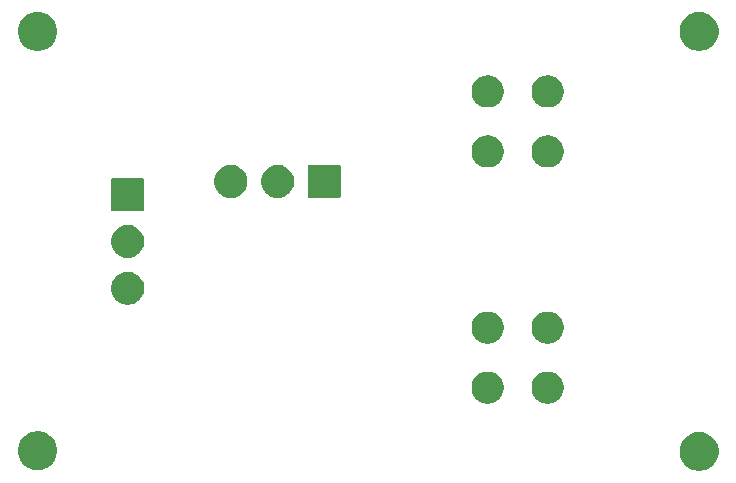
<source format=gbr>
G04 #@! TF.GenerationSoftware,KiCad,Pcbnew,(5.0.2)-1*
G04 #@! TF.CreationDate,2019-03-23T22:27:34-05:00*
G04 #@! TF.ProjectId,Power-Interposer-Board-AC,506f7765-722d-4496-9e74-6572706f7365,rev?*
G04 #@! TF.SameCoordinates,Original*
G04 #@! TF.FileFunction,Soldermask,Top*
G04 #@! TF.FilePolarity,Negative*
%FSLAX46Y46*%
G04 Gerber Fmt 4.6, Leading zero omitted, Abs format (unit mm)*
G04 Created by KiCad (PCBNEW (5.0.2)-1) date 3/23/2019 10:27:34 PM*
%MOMM*%
%LPD*%
G01*
G04 APERTURE LIST*
%ADD10C,0.100000*%
G04 APERTURE END LIST*
D10*
G36*
X175755256Y-130471298D02*
X175861579Y-130492447D01*
X176162042Y-130616903D01*
X176342655Y-130737585D01*
X176432454Y-130797587D01*
X176662413Y-131027546D01*
X176662415Y-131027549D01*
X176843097Y-131297958D01*
X176942701Y-131538422D01*
X176967553Y-131598422D01*
X177031000Y-131917389D01*
X177031000Y-132242611D01*
X176967553Y-132561578D01*
X176843098Y-132862040D01*
X176662413Y-133132454D01*
X176432454Y-133362413D01*
X176432451Y-133362415D01*
X176162042Y-133543097D01*
X175861579Y-133667553D01*
X175755256Y-133688702D01*
X175542611Y-133731000D01*
X175217389Y-133731000D01*
X175004744Y-133688702D01*
X174898421Y-133667553D01*
X174597958Y-133543097D01*
X174327549Y-133362415D01*
X174327546Y-133362413D01*
X174097587Y-133132454D01*
X173916902Y-132862040D01*
X173792447Y-132561578D01*
X173729000Y-132242611D01*
X173729000Y-131917389D01*
X173792447Y-131598422D01*
X173817300Y-131538422D01*
X173916903Y-131297958D01*
X174097585Y-131027549D01*
X174097587Y-131027546D01*
X174327546Y-130797587D01*
X174417345Y-130737585D01*
X174597958Y-130616903D01*
X174898421Y-130492447D01*
X175004744Y-130471298D01*
X175217389Y-130429000D01*
X175542611Y-130429000D01*
X175755256Y-130471298D01*
X175755256Y-130471298D01*
G37*
G36*
X119755256Y-130411298D02*
X119861579Y-130432447D01*
X120162042Y-130556903D01*
X120251838Y-130616903D01*
X120432454Y-130737587D01*
X120662413Y-130967546D01*
X120843098Y-131237960D01*
X120967553Y-131538422D01*
X121031000Y-131857389D01*
X121031000Y-132182611D01*
X121019065Y-132242611D01*
X120967553Y-132501579D01*
X120843097Y-132802042D01*
X120803006Y-132862042D01*
X120662413Y-133072454D01*
X120432454Y-133302413D01*
X120432451Y-133302415D01*
X120162042Y-133483097D01*
X119861579Y-133607553D01*
X119755256Y-133628702D01*
X119542611Y-133671000D01*
X119217389Y-133671000D01*
X119004744Y-133628702D01*
X118898421Y-133607553D01*
X118597958Y-133483097D01*
X118327549Y-133302415D01*
X118327546Y-133302413D01*
X118097587Y-133072454D01*
X117956994Y-132862042D01*
X117916903Y-132802042D01*
X117792447Y-132501579D01*
X117740935Y-132242611D01*
X117729000Y-132182611D01*
X117729000Y-131857389D01*
X117792447Y-131538422D01*
X117916902Y-131237960D01*
X118097587Y-130967546D01*
X118327546Y-130737587D01*
X118508162Y-130616903D01*
X118597958Y-130556903D01*
X118898421Y-130432447D01*
X119004744Y-130411298D01*
X119217389Y-130369000D01*
X119542611Y-130369000D01*
X119755256Y-130411298D01*
X119755256Y-130411298D01*
G37*
G36*
X162823567Y-125354959D02*
X162954072Y-125380918D01*
X163199939Y-125482759D01*
X163420464Y-125630110D01*
X163421215Y-125630612D01*
X163609388Y-125818785D01*
X163609390Y-125818788D01*
X163757241Y-126040061D01*
X163859082Y-126285928D01*
X163911000Y-126546938D01*
X163911000Y-126813062D01*
X163859082Y-127074072D01*
X163757241Y-127319939D01*
X163609890Y-127540464D01*
X163609388Y-127541215D01*
X163421215Y-127729388D01*
X163421212Y-127729390D01*
X163199939Y-127877241D01*
X162954072Y-127979082D01*
X162823567Y-128005041D01*
X162693063Y-128031000D01*
X162426937Y-128031000D01*
X162296433Y-128005041D01*
X162165928Y-127979082D01*
X161920061Y-127877241D01*
X161698788Y-127729390D01*
X161698785Y-127729388D01*
X161510612Y-127541215D01*
X161510110Y-127540464D01*
X161362759Y-127319939D01*
X161260918Y-127074072D01*
X161209000Y-126813062D01*
X161209000Y-126546938D01*
X161260918Y-126285928D01*
X161362759Y-126040061D01*
X161510610Y-125818788D01*
X161510612Y-125818785D01*
X161698785Y-125630612D01*
X161699536Y-125630110D01*
X161920061Y-125482759D01*
X162165928Y-125380918D01*
X162296433Y-125354959D01*
X162426937Y-125329000D01*
X162693063Y-125329000D01*
X162823567Y-125354959D01*
X162823567Y-125354959D01*
G37*
G36*
X157743567Y-125354959D02*
X157874072Y-125380918D01*
X158119939Y-125482759D01*
X158340464Y-125630110D01*
X158341215Y-125630612D01*
X158529388Y-125818785D01*
X158529390Y-125818788D01*
X158677241Y-126040061D01*
X158779082Y-126285928D01*
X158831000Y-126546938D01*
X158831000Y-126813062D01*
X158779082Y-127074072D01*
X158677241Y-127319939D01*
X158529890Y-127540464D01*
X158529388Y-127541215D01*
X158341215Y-127729388D01*
X158341212Y-127729390D01*
X158119939Y-127877241D01*
X157874072Y-127979082D01*
X157743567Y-128005041D01*
X157613063Y-128031000D01*
X157346937Y-128031000D01*
X157216433Y-128005041D01*
X157085928Y-127979082D01*
X156840061Y-127877241D01*
X156618788Y-127729390D01*
X156618785Y-127729388D01*
X156430612Y-127541215D01*
X156430110Y-127540464D01*
X156282759Y-127319939D01*
X156180918Y-127074072D01*
X156129000Y-126813062D01*
X156129000Y-126546938D01*
X156180918Y-126285928D01*
X156282759Y-126040061D01*
X156430610Y-125818788D01*
X156430612Y-125818785D01*
X156618785Y-125630612D01*
X156619536Y-125630110D01*
X156840061Y-125482759D01*
X157085928Y-125380918D01*
X157216433Y-125354959D01*
X157346937Y-125329000D01*
X157613063Y-125329000D01*
X157743567Y-125354959D01*
X157743567Y-125354959D01*
G37*
G36*
X162823567Y-120274959D02*
X162954072Y-120300918D01*
X163199939Y-120402759D01*
X163420464Y-120550110D01*
X163421215Y-120550612D01*
X163609388Y-120738785D01*
X163609390Y-120738788D01*
X163757241Y-120960061D01*
X163859082Y-121205928D01*
X163911000Y-121466938D01*
X163911000Y-121733062D01*
X163859082Y-121994072D01*
X163757241Y-122239939D01*
X163609890Y-122460464D01*
X163609388Y-122461215D01*
X163421215Y-122649388D01*
X163421212Y-122649390D01*
X163199939Y-122797241D01*
X162954072Y-122899082D01*
X162823567Y-122925041D01*
X162693063Y-122951000D01*
X162426937Y-122951000D01*
X162296433Y-122925041D01*
X162165928Y-122899082D01*
X161920061Y-122797241D01*
X161698788Y-122649390D01*
X161698785Y-122649388D01*
X161510612Y-122461215D01*
X161510110Y-122460464D01*
X161362759Y-122239939D01*
X161260918Y-121994072D01*
X161209000Y-121733062D01*
X161209000Y-121466938D01*
X161260918Y-121205928D01*
X161362759Y-120960061D01*
X161510610Y-120738788D01*
X161510612Y-120738785D01*
X161698785Y-120550612D01*
X161699536Y-120550110D01*
X161920061Y-120402759D01*
X162165928Y-120300918D01*
X162296433Y-120274959D01*
X162426937Y-120249000D01*
X162693063Y-120249000D01*
X162823567Y-120274959D01*
X162823567Y-120274959D01*
G37*
G36*
X157743567Y-120274959D02*
X157874072Y-120300918D01*
X158119939Y-120402759D01*
X158340464Y-120550110D01*
X158341215Y-120550612D01*
X158529388Y-120738785D01*
X158529390Y-120738788D01*
X158677241Y-120960061D01*
X158779082Y-121205928D01*
X158831000Y-121466938D01*
X158831000Y-121733062D01*
X158779082Y-121994072D01*
X158677241Y-122239939D01*
X158529890Y-122460464D01*
X158529388Y-122461215D01*
X158341215Y-122649388D01*
X158341212Y-122649390D01*
X158119939Y-122797241D01*
X157874072Y-122899082D01*
X157743567Y-122925041D01*
X157613063Y-122951000D01*
X157346937Y-122951000D01*
X157216433Y-122925041D01*
X157085928Y-122899082D01*
X156840061Y-122797241D01*
X156618788Y-122649390D01*
X156618785Y-122649388D01*
X156430612Y-122461215D01*
X156430110Y-122460464D01*
X156282759Y-122239939D01*
X156180918Y-121994072D01*
X156129000Y-121733062D01*
X156129000Y-121466938D01*
X156180918Y-121205928D01*
X156282759Y-120960061D01*
X156430610Y-120738788D01*
X156430612Y-120738785D01*
X156618785Y-120550612D01*
X156619536Y-120550110D01*
X156840061Y-120402759D01*
X157085928Y-120300918D01*
X157216433Y-120274959D01*
X157346937Y-120249000D01*
X157613063Y-120249000D01*
X157743567Y-120274959D01*
X157743567Y-120274959D01*
G37*
G36*
X127318433Y-116894893D02*
X127408657Y-116912839D01*
X127514267Y-116956585D01*
X127663621Y-117018449D01*
X127893089Y-117171774D01*
X128088226Y-117366911D01*
X128241551Y-117596379D01*
X128347161Y-117851344D01*
X128401000Y-118122012D01*
X128401000Y-118397988D01*
X128347161Y-118668656D01*
X128241551Y-118923621D01*
X128088226Y-119153089D01*
X127893089Y-119348226D01*
X127663621Y-119501551D01*
X127514267Y-119563415D01*
X127408657Y-119607161D01*
X127318433Y-119625107D01*
X127137988Y-119661000D01*
X126862012Y-119661000D01*
X126681567Y-119625107D01*
X126591343Y-119607161D01*
X126485733Y-119563415D01*
X126336379Y-119501551D01*
X126106911Y-119348226D01*
X125911774Y-119153089D01*
X125758449Y-118923621D01*
X125652839Y-118668656D01*
X125599000Y-118397988D01*
X125599000Y-118122012D01*
X125652839Y-117851344D01*
X125758449Y-117596379D01*
X125911774Y-117366911D01*
X126106911Y-117171774D01*
X126336379Y-117018449D01*
X126485733Y-116956585D01*
X126591343Y-116912839D01*
X126681567Y-116894893D01*
X126862012Y-116859000D01*
X127137988Y-116859000D01*
X127318433Y-116894893D01*
X127318433Y-116894893D01*
G37*
G36*
X127318433Y-112934893D02*
X127408657Y-112952839D01*
X127514267Y-112996585D01*
X127663621Y-113058449D01*
X127893089Y-113211774D01*
X128088226Y-113406911D01*
X128241551Y-113636379D01*
X128347161Y-113891344D01*
X128401000Y-114162012D01*
X128401000Y-114437988D01*
X128347161Y-114708656D01*
X128241551Y-114963621D01*
X128088226Y-115193089D01*
X127893089Y-115388226D01*
X127663621Y-115541551D01*
X127514267Y-115603415D01*
X127408657Y-115647161D01*
X127318433Y-115665107D01*
X127137988Y-115701000D01*
X126862012Y-115701000D01*
X126681567Y-115665107D01*
X126591343Y-115647161D01*
X126485733Y-115603415D01*
X126336379Y-115541551D01*
X126106911Y-115388226D01*
X125911774Y-115193089D01*
X125758449Y-114963621D01*
X125652839Y-114708656D01*
X125599000Y-114437988D01*
X125599000Y-114162012D01*
X125652839Y-113891344D01*
X125758449Y-113636379D01*
X125911774Y-113406911D01*
X126106911Y-113211774D01*
X126336379Y-113058449D01*
X126485733Y-112996585D01*
X126591343Y-112952839D01*
X126681567Y-112934893D01*
X126862012Y-112899000D01*
X127137988Y-112899000D01*
X127318433Y-112934893D01*
X127318433Y-112934893D01*
G37*
G36*
X128274032Y-108942621D02*
X128303487Y-108951556D01*
X128330624Y-108966062D01*
X128354414Y-108985586D01*
X128373938Y-109009376D01*
X128388444Y-109036513D01*
X128397379Y-109065968D01*
X128401000Y-109102733D01*
X128401000Y-111577267D01*
X128397379Y-111614032D01*
X128388444Y-111643487D01*
X128373938Y-111670624D01*
X128354414Y-111694414D01*
X128330624Y-111713938D01*
X128303487Y-111728444D01*
X128274032Y-111737379D01*
X128237267Y-111741000D01*
X125762733Y-111741000D01*
X125725968Y-111737379D01*
X125696513Y-111728444D01*
X125669376Y-111713938D01*
X125645586Y-111694414D01*
X125626062Y-111670624D01*
X125611556Y-111643487D01*
X125602621Y-111614032D01*
X125599000Y-111577267D01*
X125599000Y-109102733D01*
X125602621Y-109065968D01*
X125611556Y-109036513D01*
X125626062Y-109009376D01*
X125645586Y-108985586D01*
X125669376Y-108966062D01*
X125696513Y-108951556D01*
X125725968Y-108942621D01*
X125762733Y-108939000D01*
X128237267Y-108939000D01*
X128274032Y-108942621D01*
X128274032Y-108942621D01*
G37*
G36*
X136014038Y-107846062D02*
X136148657Y-107872839D01*
X136254094Y-107916513D01*
X136403621Y-107978449D01*
X136633089Y-108131774D01*
X136828226Y-108326911D01*
X136981551Y-108556379D01*
X137087161Y-108811344D01*
X137141000Y-109082012D01*
X137141000Y-109357988D01*
X137087161Y-109628656D01*
X136981551Y-109883621D01*
X136828226Y-110113089D01*
X136633089Y-110308226D01*
X136403621Y-110461551D01*
X136297048Y-110505695D01*
X136148657Y-110567161D01*
X136058433Y-110585107D01*
X135877988Y-110621000D01*
X135602012Y-110621000D01*
X135421567Y-110585107D01*
X135331343Y-110567161D01*
X135182952Y-110505695D01*
X135076379Y-110461551D01*
X134846911Y-110308226D01*
X134651774Y-110113089D01*
X134498449Y-109883621D01*
X134392839Y-109628656D01*
X134339000Y-109357988D01*
X134339000Y-109082012D01*
X134392839Y-108811344D01*
X134498449Y-108556379D01*
X134651774Y-108326911D01*
X134846911Y-108131774D01*
X135076379Y-107978449D01*
X135225906Y-107916513D01*
X135331343Y-107872839D01*
X135465962Y-107846062D01*
X135602012Y-107819000D01*
X135877988Y-107819000D01*
X136014038Y-107846062D01*
X136014038Y-107846062D01*
G37*
G36*
X144934032Y-107822621D02*
X144963487Y-107831556D01*
X144990624Y-107846062D01*
X145014414Y-107865586D01*
X145033938Y-107889376D01*
X145048444Y-107916513D01*
X145057379Y-107945968D01*
X145061000Y-107982733D01*
X145061000Y-110457267D01*
X145057379Y-110494032D01*
X145048444Y-110523487D01*
X145033938Y-110550624D01*
X145014414Y-110574414D01*
X144990624Y-110593938D01*
X144963487Y-110608444D01*
X144934032Y-110617379D01*
X144897267Y-110621000D01*
X142422733Y-110621000D01*
X142385968Y-110617379D01*
X142356513Y-110608444D01*
X142329376Y-110593938D01*
X142305586Y-110574414D01*
X142286062Y-110550624D01*
X142271556Y-110523487D01*
X142262621Y-110494032D01*
X142259000Y-110457267D01*
X142259000Y-107982733D01*
X142262621Y-107945968D01*
X142271556Y-107916513D01*
X142286062Y-107889376D01*
X142305586Y-107865586D01*
X142329376Y-107846062D01*
X142356513Y-107831556D01*
X142385968Y-107822621D01*
X142422733Y-107819000D01*
X144897267Y-107819000D01*
X144934032Y-107822621D01*
X144934032Y-107822621D01*
G37*
G36*
X139974038Y-107846062D02*
X140108657Y-107872839D01*
X140214094Y-107916513D01*
X140363621Y-107978449D01*
X140593089Y-108131774D01*
X140788226Y-108326911D01*
X140941551Y-108556379D01*
X141047161Y-108811344D01*
X141101000Y-109082012D01*
X141101000Y-109357988D01*
X141047161Y-109628656D01*
X140941551Y-109883621D01*
X140788226Y-110113089D01*
X140593089Y-110308226D01*
X140363621Y-110461551D01*
X140257048Y-110505695D01*
X140108657Y-110567161D01*
X140018433Y-110585107D01*
X139837988Y-110621000D01*
X139562012Y-110621000D01*
X139381567Y-110585107D01*
X139291343Y-110567161D01*
X139142952Y-110505695D01*
X139036379Y-110461551D01*
X138806911Y-110308226D01*
X138611774Y-110113089D01*
X138458449Y-109883621D01*
X138352839Y-109628656D01*
X138299000Y-109357988D01*
X138299000Y-109082012D01*
X138352839Y-108811344D01*
X138458449Y-108556379D01*
X138611774Y-108326911D01*
X138806911Y-108131774D01*
X139036379Y-107978449D01*
X139185906Y-107916513D01*
X139291343Y-107872839D01*
X139425962Y-107846062D01*
X139562012Y-107819000D01*
X139837988Y-107819000D01*
X139974038Y-107846062D01*
X139974038Y-107846062D01*
G37*
G36*
X157743567Y-105354959D02*
X157874072Y-105380918D01*
X158119939Y-105482759D01*
X158340464Y-105630110D01*
X158341215Y-105630612D01*
X158529388Y-105818785D01*
X158529390Y-105818788D01*
X158677241Y-106040061D01*
X158779082Y-106285928D01*
X158831000Y-106546938D01*
X158831000Y-106813062D01*
X158779082Y-107074072D01*
X158677241Y-107319939D01*
X158529890Y-107540464D01*
X158529388Y-107541215D01*
X158341215Y-107729388D01*
X158341212Y-107729390D01*
X158119939Y-107877241D01*
X157874072Y-107979082D01*
X157743567Y-108005041D01*
X157613063Y-108031000D01*
X157346937Y-108031000D01*
X157216433Y-108005041D01*
X157085928Y-107979082D01*
X156840061Y-107877241D01*
X156618788Y-107729390D01*
X156618785Y-107729388D01*
X156430612Y-107541215D01*
X156430110Y-107540464D01*
X156282759Y-107319939D01*
X156180918Y-107074072D01*
X156129000Y-106813062D01*
X156129000Y-106546938D01*
X156180918Y-106285928D01*
X156282759Y-106040061D01*
X156430610Y-105818788D01*
X156430612Y-105818785D01*
X156618785Y-105630612D01*
X156619536Y-105630110D01*
X156840061Y-105482759D01*
X157085928Y-105380918D01*
X157216433Y-105354959D01*
X157346937Y-105329000D01*
X157613063Y-105329000D01*
X157743567Y-105354959D01*
X157743567Y-105354959D01*
G37*
G36*
X162823567Y-105354959D02*
X162954072Y-105380918D01*
X163199939Y-105482759D01*
X163420464Y-105630110D01*
X163421215Y-105630612D01*
X163609388Y-105818785D01*
X163609390Y-105818788D01*
X163757241Y-106040061D01*
X163859082Y-106285928D01*
X163911000Y-106546938D01*
X163911000Y-106813062D01*
X163859082Y-107074072D01*
X163757241Y-107319939D01*
X163609890Y-107540464D01*
X163609388Y-107541215D01*
X163421215Y-107729388D01*
X163421212Y-107729390D01*
X163199939Y-107877241D01*
X162954072Y-107979082D01*
X162823567Y-108005041D01*
X162693063Y-108031000D01*
X162426937Y-108031000D01*
X162296433Y-108005041D01*
X162165928Y-107979082D01*
X161920061Y-107877241D01*
X161698788Y-107729390D01*
X161698785Y-107729388D01*
X161510612Y-107541215D01*
X161510110Y-107540464D01*
X161362759Y-107319939D01*
X161260918Y-107074072D01*
X161209000Y-106813062D01*
X161209000Y-106546938D01*
X161260918Y-106285928D01*
X161362759Y-106040061D01*
X161510610Y-105818788D01*
X161510612Y-105818785D01*
X161698785Y-105630612D01*
X161699536Y-105630110D01*
X161920061Y-105482759D01*
X162165928Y-105380918D01*
X162296433Y-105354959D01*
X162426937Y-105329000D01*
X162693063Y-105329000D01*
X162823567Y-105354959D01*
X162823567Y-105354959D01*
G37*
G36*
X162823567Y-100274959D02*
X162954072Y-100300918D01*
X163199939Y-100402759D01*
X163420464Y-100550110D01*
X163421215Y-100550612D01*
X163609388Y-100738785D01*
X163609390Y-100738788D01*
X163757241Y-100960061D01*
X163859082Y-101205928D01*
X163911000Y-101466938D01*
X163911000Y-101733062D01*
X163859082Y-101994072D01*
X163757241Y-102239939D01*
X163609890Y-102460464D01*
X163609388Y-102461215D01*
X163421215Y-102649388D01*
X163421212Y-102649390D01*
X163199939Y-102797241D01*
X162954072Y-102899082D01*
X162823567Y-102925041D01*
X162693063Y-102951000D01*
X162426937Y-102951000D01*
X162296433Y-102925041D01*
X162165928Y-102899082D01*
X161920061Y-102797241D01*
X161698788Y-102649390D01*
X161698785Y-102649388D01*
X161510612Y-102461215D01*
X161510110Y-102460464D01*
X161362759Y-102239939D01*
X161260918Y-101994072D01*
X161209000Y-101733062D01*
X161209000Y-101466938D01*
X161260918Y-101205928D01*
X161362759Y-100960061D01*
X161510610Y-100738788D01*
X161510612Y-100738785D01*
X161698785Y-100550612D01*
X161699536Y-100550110D01*
X161920061Y-100402759D01*
X162165928Y-100300918D01*
X162296433Y-100274959D01*
X162426937Y-100249000D01*
X162693063Y-100249000D01*
X162823567Y-100274959D01*
X162823567Y-100274959D01*
G37*
G36*
X157743567Y-100274959D02*
X157874072Y-100300918D01*
X158119939Y-100402759D01*
X158340464Y-100550110D01*
X158341215Y-100550612D01*
X158529388Y-100738785D01*
X158529390Y-100738788D01*
X158677241Y-100960061D01*
X158779082Y-101205928D01*
X158831000Y-101466938D01*
X158831000Y-101733062D01*
X158779082Y-101994072D01*
X158677241Y-102239939D01*
X158529890Y-102460464D01*
X158529388Y-102461215D01*
X158341215Y-102649388D01*
X158341212Y-102649390D01*
X158119939Y-102797241D01*
X157874072Y-102899082D01*
X157743567Y-102925041D01*
X157613063Y-102951000D01*
X157346937Y-102951000D01*
X157216433Y-102925041D01*
X157085928Y-102899082D01*
X156840061Y-102797241D01*
X156618788Y-102649390D01*
X156618785Y-102649388D01*
X156430612Y-102461215D01*
X156430110Y-102460464D01*
X156282759Y-102239939D01*
X156180918Y-101994072D01*
X156129000Y-101733062D01*
X156129000Y-101466938D01*
X156180918Y-101205928D01*
X156282759Y-100960061D01*
X156430610Y-100738788D01*
X156430612Y-100738785D01*
X156618785Y-100550612D01*
X156619536Y-100550110D01*
X156840061Y-100402759D01*
X157085928Y-100300918D01*
X157216433Y-100274959D01*
X157346937Y-100249000D01*
X157613063Y-100249000D01*
X157743567Y-100274959D01*
X157743567Y-100274959D01*
G37*
G36*
X175755256Y-94911298D02*
X175861579Y-94932447D01*
X176162042Y-95056903D01*
X176428852Y-95235180D01*
X176432454Y-95237587D01*
X176662413Y-95467546D01*
X176843098Y-95737960D01*
X176967553Y-96038422D01*
X177031000Y-96357389D01*
X177031000Y-96682611D01*
X176967553Y-97001578D01*
X176843098Y-97302040D01*
X176662413Y-97572454D01*
X176432454Y-97802413D01*
X176432451Y-97802415D01*
X176162042Y-97983097D01*
X175861579Y-98107553D01*
X175755256Y-98128702D01*
X175542611Y-98171000D01*
X175217389Y-98171000D01*
X175004744Y-98128702D01*
X174898421Y-98107553D01*
X174597958Y-97983097D01*
X174327549Y-97802415D01*
X174327546Y-97802413D01*
X174097587Y-97572454D01*
X173916902Y-97302040D01*
X173792447Y-97001578D01*
X173729000Y-96682611D01*
X173729000Y-96357389D01*
X173792447Y-96038422D01*
X173916902Y-95737960D01*
X174097587Y-95467546D01*
X174327546Y-95237587D01*
X174331148Y-95235180D01*
X174597958Y-95056903D01*
X174898421Y-94932447D01*
X175004744Y-94911298D01*
X175217389Y-94869000D01*
X175542611Y-94869000D01*
X175755256Y-94911298D01*
X175755256Y-94911298D01*
G37*
G36*
X119755256Y-94911298D02*
X119861579Y-94932447D01*
X120162042Y-95056903D01*
X120428852Y-95235180D01*
X120432454Y-95237587D01*
X120662413Y-95467546D01*
X120843098Y-95737960D01*
X120967553Y-96038422D01*
X121031000Y-96357389D01*
X121031000Y-96682611D01*
X120967553Y-97001578D01*
X120843098Y-97302040D01*
X120662413Y-97572454D01*
X120432454Y-97802413D01*
X120432451Y-97802415D01*
X120162042Y-97983097D01*
X119861579Y-98107553D01*
X119755256Y-98128702D01*
X119542611Y-98171000D01*
X119217389Y-98171000D01*
X119004744Y-98128702D01*
X118898421Y-98107553D01*
X118597958Y-97983097D01*
X118327549Y-97802415D01*
X118327546Y-97802413D01*
X118097587Y-97572454D01*
X117916902Y-97302040D01*
X117792447Y-97001578D01*
X117729000Y-96682611D01*
X117729000Y-96357389D01*
X117792447Y-96038422D01*
X117916902Y-95737960D01*
X118097587Y-95467546D01*
X118327546Y-95237587D01*
X118331148Y-95235180D01*
X118597958Y-95056903D01*
X118898421Y-94932447D01*
X119004744Y-94911298D01*
X119217389Y-94869000D01*
X119542611Y-94869000D01*
X119755256Y-94911298D01*
X119755256Y-94911298D01*
G37*
M02*

</source>
